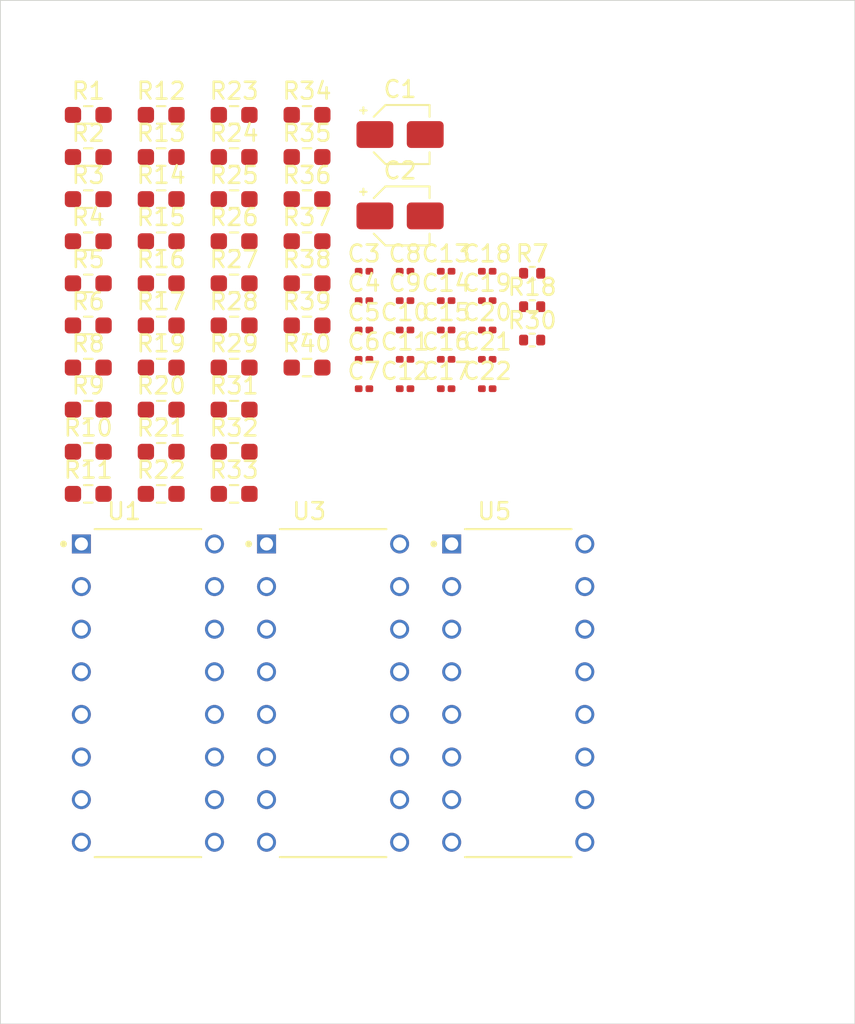
<source format=kicad_pcb>
(kicad_pcb (version 20240108) (generator "pcbnew") (generator_version "8.0")
  (layers (0 "F.Cu" signal) (31 "B.Cu" signal) (34 "B.Paste" user) (35 "F.Paste" user) (36 "B.SilkS" user "B.Silkscreen") (37 "F.SilkS" user "F.Silkscreen") (38 "B.Mask" user) (39 "F.Mask" user) (44 "Edge.Cuts" user))
  (net 0 "")
  (net 1 "+12V")
  (net 2 "Float GND")
  (net 3 "GND")
  (net 4 "Float GND 2")
  (net 5 "Net-(C7-Pad1)")
  (net 7 "Net-(U2C-+)")
  (net 8 "Net-(C9-Pad1)")
  (net 9 "Net-(C10-Pad1)")
  (net 10 "Channel 1 Out")
  (net 11 "Net-(C13-Pad1)")
  (net 12 "Net-(U4C-+)")
  (net 14 "Net-(C15-Pad1)")
  (net 16 "Net-(C15-Pad2)")
  (net 17 "Channel 2 Out")
  (net 18 "Net-(C19-Pad1)")
  (net 19 "Net-(U6C-+)")
  (net 20 "Net-(C21-Pad1)")
  (net 21 "Net-(C21-Pad2)")
  (net 22 "Net-(U2A-+)")
  (net 23 "Net-(U1-~{SLEEP})")
  (net 24 "- Electrode")
  (net 25 "Net-(R7-Pad1)")
  (net 26 "Net-(R7-Pad2)")
  (net 27 "+ Electrode")
  (net 28 "Net-(U2B--)")
  (net 29 "Net-(R10-Pad2)")
  (net 30 "Net-(U2C--)")
  (net 31 "+5V")
  (net 32 "- Electrode 2")
  (net 33 "Net-(R18-Pad2)")
  (net 34 "Net-(R18-Pad1)")
  (net 35 "+ Electrode 2")
  (net 36 "Net-(U3-~{SLEEP})")
  (net 37 "Net-(U4B--)")
  (net 38 "Net-(R22-Pad2)")
  (net 39 "Net-(U4C--)")
  (net 40 "- Electrode 3")
  (net 41 "Net-(R30-Pad1)")
  (net 42 "Net-(R30-Pad2)")
  (net 43 "+ Electrode 3")
  (net 44 "Net-(U5-~{SLEEP})")
  (net 45 "Net-(U6B--)")
  (net 46 "Net-(R34-Pad2)")
  (net 47 "Net-(U6C--)")
  (net 48 "Net-(U1-SENSE)")
  (net 52 "Net-(U3-SENSE)")
  (net 53 "Net-(U5-SENSE)")
  (footprint "Capacitor_SMD:C_0201_0603Metric" (layer "F.Cu") (at 96.32 63.805)
    (property "Reference" "C11" (at 0 -1.05 0) (layer "F.SilkS"))
    (property "Value" "10nF")
    (pad "1" smd roundrect (at -0.32 0) (size 0.46 0.4) (layers "F.Cu" "F.Mask") (net 1 "+12V"))
    (pad "2" smd roundrect (at 0.32 0) (size 0.46 0.4) (layers "F.Cu" "F.Mask") (net 3 "GND"))
  )
  (footprint "Capacitor_SMD:C_0201_0603Metric" (layer "F.Cu") (at 101.22 60.305)
    (property "Reference" "C19" (at 0 -1.05 0) (layer "F.SilkS"))
    (property "Value" "10nF")
    (pad "1" smd roundrect (at -0.32 0) (size 0.46 0.4) (layers "F.Cu" "F.Mask") (net 18 "Net-(C19-Pad1)"))
    (pad "2" smd roundrect (at 0.32 0) (size 0.46 0.4) (layers "F.Cu" "F.Mask") (net 4 "Float GND 2"))
  )
  (footprint "Resistor_SMD:R_0603_1608Metric_Pad0.98x0.95mm_HandSolder" (layer "F.Cu") (at 86.12 56.765)
    (property "Reference" "R26" (at 0 -1.43 0) (layer "F.SilkS"))
    (property "Value" "10k")
    (fp_line (start -0.254724 -0.5225) (end 0.254724 -0.5225) (stroke (width 0.12)) (layer "F.SilkS"))
    (fp_line (start -0.254724 0.5225) (end 0.254724 0.5225) (stroke (width 0.12)) (layer "F.SilkS"))
    (pad "1" smd roundrect (at -0.9125 0) (size 0.975 0.95) (layers "F.Cu" "F.Paste" "F.Mask") (net 39 "Net-(U4C--)"))
    (pad "2" smd roundrect (at 0.9125 0) (size 0.975 0.95) (layers "F.Cu" "F.Paste" "F.Mask") (net 16 "Net-(C15-Pad2)"))
  )
  (footprint "Resistor_SMD:R_0603_1608Metric_Pad0.98x0.95mm_HandSolder" (layer "F.Cu") (at 81.77 51.745)
    (property "Reference" "R13" (at 0 -1.43 0) (layer "F.SilkS"))
    (property "Value" "1k")
    (fp_line (start -0.254724 -0.5225) (end 0.254724 -0.5225) (stroke (width 0.12)) (layer "F.SilkS"))
    (fp_line (start -0.254724 0.5225) (end 0.254724 0.5225) (stroke (width 0.12)) (layer "F.SilkS"))
    (pad "1" smd roundrect (at -0.9125 0) (size 0.975 0.95) (layers "F.Cu" "F.Paste" "F.Mask") (net 4 "Float GND 2"))
    (pad "2" smd roundrect (at 0.9125 0) (size 0.975 0.95) (layers "F.Cu" "F.Paste" "F.Mask") (net 30 "Net-(U2C--)"))
  )
  (footprint "INA125P:DIP794W45P254L1969H508Q16" (layer "F.Cu") (at 80.98 83.7)
    (property "Reference" "U1" (at -1.425 -10.835 0) (layer "F.SilkS"))
    (property "Value" "INA125P")
    (fp_line (start -3.175 -9.775) (end 3.175 -9.775) (stroke (width 0.127)) (layer "F.SilkS"))
    (fp_line (start -3.175 9.775) (end 3.175 9.775) (stroke (width 0.127)) (layer "F.SilkS"))
    (fp_circle (center -5.035 -8.89) (end -4.935 -8.89) (stroke (width 0.2)) (fill none) (layer "F.SilkS"))
    (pad "1" thru_hole rect (at -3.97 -8.89) (size 1.13 1.13) (drill 0.78) (layers "*.Cu" "*.Mask") (net 1 "+12V"))
    (pad "2" thru_hole circle (at -3.97 -6.35) (size 1.13 1.13) (drill 0.78) (layers "*.Cu" "*.Mask") (net 23 "Net-(U1-~{SLEEP})"))
    (pad "3" thru_hole circle (at -3.97 -3.81) (size 1.13 1.13) (drill 0.78) (layers "*.Cu" "*.Mask") (net 3 "GND"))
    (pad "4" thru_hole circle (at -3.97 -1.27) (size 1.13 1.13) (drill 0.78) (layers "*.Cu" "*.Mask") (net 4 "Float GND 2"))
    (pad "5" thru_hole circle (at -3.97 1.27) (size 1.13 1.13) (drill 0.78) (layers "*.Cu" "*.Mask") (net 4 "Float GND 2"))
    (pad "6" thru_hole circle (at -3.97 3.81) (size 1.13 1.13) (drill 0.78) (layers "*.Cu" "*.Mask") (net 27 "+ Electrode"))
    (pad "7" thru_hole circle (at -3.97 6.35) (size 1.13 1.13) (drill 0.78) (layers "*.Cu" "*.Mask") (net 24 "- Electrode"))
    (pad "8" thru_hole circle (at -3.97 8.89) (size 1.13 1.13) (drill 0.78) (layers "*.Cu" "*.Mask") (net 25 "Net-(R7-Pad1)"))
    (pad "9" thru_hole circle (at 3.97 8.89) (size 1.13 1.13) (drill 0.78) (layers "*.Cu" "*.Mask") (net 26 "Net-(R7-Pad2)"))
    (pad "10" thru_hole circle (at 3.97 6.35) (size 1.13 1.13) (drill 0.78) (layers "*.Cu" "*.Mask") (net 48 "Net-(U1-SENSE)"))
    (pad "11" thru_hole circle (at 3.97 3.81) (size 1.13 1.13) (drill 0.78) (layers "*.Cu" "*.Mask") (net 48 "Net-(U1-SENSE)"))
    (pad "12" thru_hole circle (at 3.97 1.27) (size 1.13 1.13) (drill 0.78) (layers "*.Cu" "*.Mask") (net 2 "Float GND"))
    (pad "13" thru_hole circle (at 3.97 -1.27) (size 1.13 1.13) (drill 0.78) (layers "*.Cu" "*.Mask") (net 4 "Float GND 2"))
    (pad "14" thru_hole circle (at 3.97 -3.81) (size 1.13 1.13) (drill 0.78) (layers "*.Cu" "*.Mask"))
    (pad "15" thru_hole circle (at 3.97 -6.35) (size 1.13 1.13) (drill 0.78) (layers "*.Cu" "*.Mask"))
    (pad "16" thru_hole circle (at 3.97 -8.89) (size 1.13 1.13) (drill 0.78) (layers "*.Cu" "*.Mask"))
  )
  (footprint "Resistor_SMD:R_0603_1608Metric_Pad0.98x0.95mm_HandSolder" (layer "F.Cu") (at 81.77 64.295)
    (property "Reference" "R19" (at 0 -1.43 0) (layer "F.SilkS"))
    (property "Value" "10k")
    (fp_line (start -0.254724 -0.5225) (end 0.254724 -0.5225) (stroke (width 0.12)) (layer "F.SilkS"))
    (fp_line (start -0.254724 0.5225) (end 0.254724 0.5225) (stroke (width 0.12)) (layer "F.SilkS"))
    (pad "1" smd roundrect (at -0.9125 0) (size 0.975 0.95) (layers "F.Cu" "F.Paste" "F.Mask") (net 35 "+ Electrode 2"))
    (pad "2" smd roundrect (at 0.9125 0) (size 0.975 0.95) (layers "F.Cu" "F.Paste" "F.Mask") (net 2 "Float GND"))
  )
  (footprint "Capacitor_SMD:C_0201_0603Metric" (layer "F.Cu") (at 101.22 63.805)
    (property "Reference" "C21" (at 0 -1.05 0) (layer "F.SilkS"))
    (property "Value" "240nF")
    (pad "1" smd roundrect (at -0.32 0) (size 0.46 0.4) (layers "F.Cu" "F.Mask") (net 20 "Net-(C21-Pad1)"))
    (pad "2" smd roundrect (at 0.32 0) (size 0.46 0.4) (layers "F.Cu" "F.Mask") (net 21 "Net-(C21-Pad2)"))
  )
  (footprint "Resistor_SMD:R_0603_1608Metric_Pad0.98x0.95mm_HandSolder" (layer "F.Cu") (at 81.77 61.785)
    (property "Reference" "R17" (at 0 -1.43 0) (layer "F.SilkS"))
    (property "Value" "10k")
    (fp_line (start -0.254724 -0.5225) (end 0.254724 -0.5225) (stroke (width 0.12)) (layer "F.SilkS"))
    (fp_line (start -0.254724 0.5225) (end 0.254724 0.5225) (stroke (width 0.12)) (layer "F.SilkS"))
    (pad "1" smd roundrect (at -0.9125 0) (size 0.975 0.95) (layers "F.Cu" "F.Paste" "F.Mask") (net 32 "- Electrode 2"))
    (pad "2" smd roundrect (at 0.9125 0) (size 0.975 0.95) (layers "F.Cu" "F.Paste" "F.Mask") (net 2 "Float GND"))
  )
  (footprint "Resistor_SMD:R_0603_1608Metric_Pad0.98x0.95mm_HandSolder" (layer "F.Cu") (at 81.77 56.765)
    (property "Reference" "R15" (at 0 -1.43 0) (layer "F.SilkS"))
    (property "Value" "10k")
    (fp_line (start -0.254724 -0.5225) (end 0.254724 -0.5225) (stroke (width 0.12)) (layer "F.SilkS"))
    (fp_line (start -0.254724 0.5225) (end 0.254724 0.5225) (stroke (width 0.12)) (layer "F.SilkS"))
    (pad "1" smd roundrect (at -0.9125 0) (size 0.975 0.95) (layers "F.Cu" "F.Paste" "F.Mask") (net 10 "Channel 1 Out"))
    (pad "2" smd roundrect (at 0.9125 0) (size 0.975 0.95) (layers "F.Cu" "F.Paste" "F.Mask") (net 31 "+5V"))
  )
  (footprint "Resistor_SMD:R_0603_1608Metric_Pad0.98x0.95mm_HandSolder" (layer "F.Cu") (at 81.77 71.825)
    (property "Reference" "R22" (at 0 -1.43 0) (layer "F.SilkS"))
    (property "Value" "1k")
    (fp_line (start -0.254724 -0.5225) (end 0.254724 -0.5225) (stroke (width 0.12)) (layer "F.SilkS"))
    (fp_line (start -0.254724 0.5225) (end 0.254724 0.5225) (stroke (width 0.12)) (layer "F.SilkS"))
    (pad "1" smd roundrect (at -0.9125 0) (size 0.975 0.95) (layers "F.Cu" "F.Paste" "F.Mask") (net 37 "Net-(U4B--)"))
    (pad "2" smd roundrect (at 0.9125 0) (size 0.975 0.95) (layers "F.Cu" "F.Paste" "F.Mask") (net 38 "Net-(R22-Pad2)"))
  )
  (footprint "Resistor_SMD:R_0603_1608Metric_Pad0.98x0.95mm_HandSolder" (layer "F.Cu") (at 86.12 64.295)
    (property "Reference" "R29" (at 0 -1.43 0) (layer "F.SilkS"))
    (property "Value" "10k")
    (fp_line (start -0.254724 -0.5225) (end 0.254724 -0.5225) (stroke (width 0.12)) (layer "F.SilkS"))
    (fp_line (start -0.254724 0.5225) (end 0.254724 0.5225) (stroke (width 0.12)) (layer "F.SilkS"))
    (pad "1" smd roundrect (at -0.9125 0) (size 0.975 0.95) (layers "F.Cu" "F.Paste" "F.Mask") (net 40 "- Electrode 3"))
    (pad "2" smd roundrect (at 0.9125 0) (size 0.975 0.95) (layers "F.Cu" "F.Paste" "F.Mask") (net 2 "Float GND"))
  )
  (footprint "Resistor_SMD:R_0603_1608Metric_Pad0.98x0.95mm_HandSolder" (layer "F.Cu") (at 77.42 71.825)
    (property "Reference" "R11" (at 0 -1.43 0) (layer "F.SilkS"))
    (property "Value" "2.2K")
    (fp_line (start -0.254724 -0.5225) (end 0.254724 -0.5225) (stroke (width 0.12)) (layer "F.SilkS"))
    (fp_line (start -0.254724 0.5225) (end 0.254724 0.5225) (stroke (width 0.12)) (layer "F.SilkS"))
    (pad "1" smd roundrect (at -0.9125 0) (size 0.975 0.95) (layers "F.Cu" "F.Paste" "F.Mask") (net 29 "Net-(R10-Pad2)"))
    (pad "2" smd roundrect (at 0.9125 0) (size 0.975 0.95) (layers "F.Cu" "F.Paste" "F.Mask") (net 8 "Net-(C9-Pad1)"))
  )
  (footprint "Capacitor_SMD:C_0201_0603Metric" (layer "F.Cu") (at 93.87 58.555)
    (property "Reference" "C3" (at 0 -1.05 0) (layer "F.SilkS"))
    (property "Value" "10nF")
    (pad "1" smd roundrect (at -0.32 0) (size 0.46 0.4) (layers "F.Cu" "F.Mask") (net 1 "+12V"))
    (pad "2" smd roundrect (at 0.32 0) (size 0.46 0.4) (layers "F.Cu" "F.Mask") (net 3 "GND"))
  )
  (footprint "Capacitor_SMD:C_0201_0603Metric" (layer "F.Cu") (at 101.22 65.555)
    (property "Reference" "C22" (at 0 -1.05 0) (layer "F.SilkS"))
    (property "Value" "10nF")
    (pad "1" smd roundrect (at -0.32 0) (size 0.46 0.4) (layers "F.Cu" "F.Mask") (net 21 "Net-(C21-Pad2)"))
    (pad "2" smd roundrect (at 0.32 0) (size 0.46 0.4) (layers "F.Cu" "F.Mask") (net 10 "Channel 1 Out"))
  )
  (footprint "Resistor_SMD:R_0603_1608Metric_Pad0.98x0.95mm_HandSolder" (layer "F.Cu") (at 77.42 51.745)
    (property "Reference" "R2" (at 0 -1.43 0) (layer "F.SilkS"))
    (property "Value" "10k")
    (fp_line (start -0.254724 -0.5225) (end 0.254724 -0.5225) (stroke (width 0.12)) (layer "F.SilkS"))
    (fp_line (start -0.254724 0.5225) (end 0.254724 0.5225) (stroke (width 0.12)) (layer "F.SilkS"))
    (pad "1" smd roundrect (at -0.9125 0) (size 0.975 0.95) (layers "F.Cu" "F.Paste" "F.Mask") (net 2 "Float GND"))
    (pad "2" smd roundrect (at 0.9125 0) (size 0.975 0.95) (layers "F.Cu" "F.Paste" "F.Mask") (net 3 "GND"))
  )
  (footprint "Capacitor_SMD:C_0201_0603Metric" (layer "F.Cu") (at 98.77 63.805)
    (property "Reference" "C16" (at 0 -1.05 0) (layer "F.SilkS"))
    (property "Value" "10nF")
    (pad "1" smd roundrect (at -0.32 0) (size 0.46 0.4) (layers "F.Cu" "F.Mask") (net 16 "Net-(C15-Pad2)"))
    (pad "2" smd roundrect (at 0.32 0) (size 0.46 0.4) (layers "F.Cu" "F.Mask") (net 17 "Channel 2 Out"))
  )
  (footprint "Resistor_SMD:R_0603_1608Metric_Pad0.98x0.95mm_HandSolder" (layer "F.Cu") (at 81.77 59.275)
    (property "Reference" "R16" (at 0 -1.43 0) (layer "F.SilkS"))
    (property "Value" "10k")
    (fp_line (start -0.254724 -0.5225) (end 0.254724 -0.5225) (stroke (width 0.12)) (layer "F.SilkS"))
    (fp_line (start -0.254724 0.5225) (end 0.254724 0.5225) (stroke (width 0.12)) (layer "F.SilkS"))
    (pad "1" smd roundrect (at -0.9125 0) (size 0.975 0.95) (layers "F.Cu" "F.Paste" "F.Mask") (net 3 "GND"))
    (pad "2" smd roundrect (at 0.9125 0) (size 0.975 0.95) (layers "F.Cu" "F.Paste" "F.Mask") (net 10 "Channel 1 Out"))
  )
  (footprint "Resistor_SMD:R_0603_1608Metric_Pad0.98x0.95mm_HandSolder" (layer "F.Cu") (at 77.42 64.295)
    (property "Reference" "R8" (at 0 -1.43 0) (layer "F.SilkS"))
    (property "Value" "10k")
    (fp_line (start -0.254724 -0.5225) (end 0.254724 -0.5225) (stroke (width 0.12)) (layer "F.SilkS"))
    (fp_line (start -0.254724 0.5225) (end 0.254724 0.5225) (stroke (width 0.12)) (layer "F.SilkS"))
    (pad "1" smd roundrect (at -0.9125 0) (size 0.975 0.95) (layers "F.Cu" "F.Paste" "F.Mask") (net 27 "+ Electrode"))
    (pad "2" smd roundrect (at 0.9125 0) (size 0.975 0.95) (layers "F.Cu" "F.Paste" "F.Mask") (net 2 "Float GND"))
  )
  (footprint "Capacitor_SMD:C_0201_0603Metric" (layer "F.Cu") (at 98.77 60.305)
    (property "Reference" "C14" (at 0 -1.05 0) (layer "F.SilkS"))
    (property "Value" "120nF")
    (pad "1" smd roundrect (at -0.32 0) (size 0.46 0.4) (layers "F.Cu" "F.Mask") (net 12 "Net-(U4C-+)"))
    (pad "2" smd roundrect (at 0.32 0) (size 0.46 0.4) (layers "F.Cu" "F.Mask") (net 4 "Float GND 2"))
  )
  (footprint "Capacitor_SMD:C_0201_0603Metric" (layer "F.Cu") (at 93.87 65.555)
    (property "Reference" "C7" (at 0 -1.05 0) (layer "F.SilkS"))
    (property "Value" "10nF")
    (pad "1" smd roundrect (at -0.32 0) (size 0.46 0.4) (layers "F.Cu" "F.Mask") (net 5 "Net-(C7-Pad1)"))
    (pad "2" smd roundrect (at 0.32 0) (size 0.46 0.4) (layers "F.Cu" "F.Mask") (net 4 "Float GND 2"))
  )
  (footprint "Capacitor_SMD:C_0201_0603Metric" (layer "F.Cu") (at 96.32 58.555)
    (property "Reference" "C8" (at 0 -1.05 0) (layer "F.SilkS"))
    (property "Value" "120nF")
    (pad "1" smd roundrect (at -0.32 0) (size 0.46 0.4) (layers "F.Cu" "F.Mask") (net 7 "Net-(U2C-+)"))
    (pad "2" smd roundrect (at 0.32 0) (size 0.46 0.4) (layers "F.Cu" "F.Mask") (net 4 "Float GND 2"))
  )
  (footprint "Resistor_SMD:R_0603_1608Metric_Pad0.98x0.95mm_HandSolder" (layer "F.Cu") (at 90.47 59.275)
    (property "Reference" "R38" (at 0 -1.43 0) (layer "F.SilkS"))
    (property "Value" "10k")
    (fp_line (start -0.254724 -0.5225) (end 0.254724 -0.5225) (stroke (width 0.12)) (layer "F.SilkS"))
    (fp_line (start -0.254724 0.5225) (end 0.254724 0.5225) (stroke (width 0.12)) (layer "F.SilkS"))
    (pad "1" smd roundrect (at -0.9125 0) (size 0.975 0.95) (layers "F.Cu" "F.Paste" "F.Mask") (net 47 "Net-(U6C--)"))
    (pad "2" smd roundrect (at 0.9125 0) (size 0.975 0.95) (layers "F.Cu" "F.Paste" "F.Mask") (net 21 "Net-(C21-Pad2)"))
  )
  (footprint "Resistor_SMD:R_0603_1608Metric_Pad0.98x0.95mm_HandSolder" (layer "F.Cu") (at 86.12 54.255)
    (property "Reference" "R25" (at 0 -1.43 0) (layer "F.SilkS"))
    (property "Value" "1k")
    (fp_line (start -0.254724 -0.5225) (end 0.254724 -0.5225) (stroke (width 0.12)) (layer "F.SilkS"))
    (fp_line (start -0.254724 0.5225) (end 0.254724 0.5225) (stroke (width 0.12)) (layer "F.SilkS"))
    (pad "1" smd roundrect (at -0.9125 0) (size 0.975 0.95) (layers "F.Cu" "F.Paste" "F.Mask") (net 4 "Float GND 2"))
    (pad "2" smd roundrect (at 0.9125 0) (size 0.975 0.95) (layers "F.Cu" "F.Paste" "F.Mask") (net 39 "Net-(U4C--)"))
  )
  (footprint "Capacitor_SMD:C_0201_0603Metric" (layer "F.Cu") (at 98.77 65.555)
    (property "Reference" "C17" (at 0 -1.05 0) (layer "F.SilkS"))
    (property "Value" "10nF")
    (pad "1" smd roundrect (at -0.32 0) (size 0.46 0.4) (layers "F.Cu" "F.Mask") (net 1 "+12V"))
    (pad "2" smd roundrect (at 0.32 0) (size 0.46 0.4) (layers "F.Cu" "F.Mask") (net 3 "GND"))
  )
  (footprint "Resistor_SMD:R_0603_1608Metric_Pad0.98x0.95mm_HandSolder" (layer "F.Cu") (at 81.77 54.255)
    (property "Reference" "R14" (at 0 -1.43 0) (layer "F.SilkS"))
    (property "Value" "10k")
    (fp_line (start -0.254724 -0.5225) (end 0.254724 -0.5225) (stroke (width 0.12)) (layer "F.SilkS"))
    (fp_line (start -0.254724 0.5225) (end 0.254724 0.5225) (stroke (width 0.12)) (layer "F.SilkS"))
    (pad "1" smd roundrect (at -0.9125 0) (size 0.975 0.95) (layers "F.Cu" "F.Paste" "F.Mask") (net 30 "Net-(U2C--)"))
    (pad "2" smd roundrect (at 0.9125 0) (size 0.975 0.95) (layers "F.Cu" "F.Paste" "F.Mask") (net 9 "Net-(C10-Pad1)"))
  )
  (footprint "Resistor_SMD:R_0402_1005Metric" (layer "F.Cu") (at 103.9 58.675)
    (property "Reference" "R7" (at 0 -1.17 0) (layer "F.SilkS"))
    (property "Value" "470")
    (fp_line (start -0.153641 -0.38) (end 0.153641 -0.38) (stroke (width 0.12)) (layer "F.SilkS"))
    (fp_line (start -0.153641 0.38) (end 0.153641 0.38) (stroke (width 0.12)) (layer "F.SilkS"))
    (pad "1" smd roundrect (at -0.51 0) (size 0.54 0.64) (layers "F.Cu" "F.Paste" "F.Mask") (net 25 "Net-(R7-Pad1)"))
    (pad "2" smd roundrect (at 0.51 0) (size 0.54 0.64) (layers "F.Cu" "F.Paste" "F.Mask") (net 26 "Net-(R7-Pad2)"))
  )
  (footprint "Capacitor_SMD:C_0201_0603Metric" (layer "F.Cu") (at 96.32 65.555)
    (property "Reference" "C12" (at 0 -1.05 0) (layer "F.SilkS"))
    (property "Value" "0.1uF")
    (pad "1" smd roundrect (at -0.32 0) (size 0.46 0.4) (layers "F.Cu" "F.Mask") (net 1 "+12V"))
    (pad "2" smd roundrect (at 0.32 0) (size 0.46 0.4) (layers "F.Cu" "F.Mask") (net 3 "GND"))
  )
  (footprint "Resistor_SMD:R_0603_1608Metric_Pad0.98x0.95mm_HandSolder" (layer "F.Cu") (at 86.12 69.315)
    (property "Reference" "R32" (at 0 -1.43 0) (layer "F.SilkS"))
    (property "Value" "10k")
    (fp_line (start -0.254724 -0.5225) (end 0.254724 -0.5225) (stroke (width 0.12)) (layer "F.SilkS"))
    (fp_line (start -0.254724 0.5225) (end 0.254724 0.5225) (stroke (width 0.12)) (layer "F.SilkS"))
    (pad "1" smd roundrect (at -0.9125 0) (size 0.975 0.95) (layers "F.Cu" "F.Paste" "F.Mask") (net 1 "+12V"))
    (pad "2" smd roundrect (at 0.9125 0) (size 0.975 0.95) (layers "F.Cu" "F.Paste" "F.Mask") (net 44 "Net-(U5-~{SLEEP})"))
  )
  (footprint "Resistor_SMD:R_0603_1608Metric_Pad0.98x0.95mm_HandSolder" (layer "F.Cu") (at 77.42 49.235)
    (property "Reference" "R1" (at 0 -1.43 0) (layer "F.SilkS"))
    (property "Value" "10k")
    (fp_line (start -0.254724 -0.5225) (end 0.254724 -0.5225) (stroke (width 0.12)) (layer "F.SilkS"))
    (fp_line (start -0.254724 0.5225) (end 0.254724 0.5225) (stroke (width 0.12)) (layer "F.SilkS"))
    (pad "1" smd roundrect (at -0.9125 0) (size 0.975 0.95) (layers "F.Cu" "F.Paste" "F.Mask") (net 1 "+12V"))
    (pad "2" smd roundrect (at 0.9125 0) (size 0.975 0.95) (layers "F.Cu" "F.Paste" "F.Mask") (net 2 "Float GND"))
  )
  (footprint "Resistor_SMD:R_0603_1608Metric_Pad0.98x0.95mm_HandSolder" (layer "F.Cu") (at 90.47 56.765)
    (property "Reference" "R37" (at 0 -1.43 0) (layer "F.SilkS"))
    (property "Value" "1k")
    (fp_line (start -0.254724 -0.5225) (end 0.254724 -0.5225) (stroke (width 0.12)) (layer "F.SilkS"))
    (fp_line (start -0.254724 0.5225) (end 0.254724 0.5225) (stroke (width 0.12)) (layer "F.SilkS"))
    (pad "1" smd roundrect (at -0.9125 0) (size 0.975 0.95) (layers "F.Cu" "F.Paste" "F.Mask") (net 4 "Float GND 2"))
    (pad "2" smd roundrect (at 0.9125 0) (size 0.975 0.95) (layers "F.Cu" "F.Paste" "F.Mask") (net 47 "Net-(U6C--)"))
  )
  (footprint "INA125P:DIP794W45P254L1969H508Q16" (layer "F.Cu") (at 103.07 83.7)
    (property "Reference" "U5" (at -1.425 -10.835 0) (layer "F.SilkS"))
    (property "Value" "INA125P")
    (fp_line (start -3.175 -9.775) (end 3.175 -9.775) (stroke (width 0.127)) (layer "F.SilkS"))
    (fp_line (start -3.175 9.775) (end 3.175 9.775) (stroke (width 0.127)) (layer "F.SilkS"))
    (fp_circle (center -5.035 -8.89) (end -4.935 -8.89) (stroke (width 0.2)) (fill none) (layer "F.SilkS"))
    (pad "1" thru_hole rect (at -3.97 -8.89) (size 1.13 1.13) (drill 0.78) (layers "*.Cu" "*.Mask") (net 1 "+12V"))
    (pad "2" thru_hole circle (at -3.97 -6.35) (size 1.13 1.13) (drill 0.78) (layers "*.Cu" "*.Mask") (net 44 "Net-(U5-~{SLEEP})"))
    (pad "3" thru_hole circle (at -3.97 -3.81) (size 1.13 1.13) (drill 0.78) (layers "*.Cu" "*.Mask") (net 3 "GND"))
    (pad "4" thru_hole circle (at -3.97 -1.27) (size 1.13 1.13) (drill 0.78) (layers "*.Cu" "*.Mask") (net 4 "Float GND 2"))
    (pad "5" thru_hole circle (at -3.97 1.27) (size 1.13 1.13) (drill 0.78) (layers "*.Cu" "*.Mask") (net 4 "Float GND 2"))
    (pad "6" thru_hole circle (at -3.97 3.81) (size 1.13 1.13) (drill 0.78) (layers "*.Cu" "*.Mask") (net 43 "+ Electrode 3"))
    (pad "7" thru_hole circle (at -3.97 6.35) (size 1.13 1.13) (drill 0.78) (layers "*.Cu" "*.Mask") (net 40 "- Electrode 3"))
    (pad "8" thru_hole circle (at -3.97 8.89) (size 1.13 1.13) (drill 0.78) (layers "*.Cu" "*.Mask") (net 41 "Net-(R30-Pad1)"))
    (pad "9" thru_hole circle (at 3.97 8.89) (size 1.13 1.13) (drill 0.78) (layers "*.Cu" "*.Mask") (net 42 "Net-(R30-Pad2)"))
    (pad "10" thru_hole circle (at 3.97 6.35) (size 1.13 1.13) (drill 0.78) (layers "*.Cu" "*.Mask") (net 53 "Net-(U5-SENSE)"))
    (pad "11" thru_hole circle (at 3.97 3.81) (size 1.13 1.13) (drill 0.78) (layers "*.Cu" "*.Mask") (net 53 "Net-(U5-SENSE)"))
    (pad "12" thru_hole circle (at 3.97 1.27) (size 1.13 1.13) (drill 0.78) (layers "*.Cu" "*.Mask") (net 2 "Float GND"))
    (pad "13" thru_hole circle (at 3.97 -1.27) (size 1.13 1.13) (drill 0.78) (layers "*.Cu" "*.Mask") (net 4 "Float GND 2"))
    (pad "14" thru_hole circle (at 3.97 -3.81) (size 1.13 1.13) (drill 0.78) (layers "*.Cu" "*.Mask"))
    (pad "15" thru_hole circle (at 3.97 -6.35) (size 1.13 1.13) (drill 0.78) (layers "*.Cu" "*.Mask"))
    (pad "16" thru_hole circle (at 3.97 -8.89) (size 1.13 1.13) (drill 0.78) (layers "*.Cu" "*.Mask"))
  )
  (footprint "Resistor_SMD:R_0603_1608Metric_Pad0.98x0.95mm_HandSolder" (layer "F.Cu") (at 77.42 59.275)
    (property "Reference" "R5" (at 0 -1.43 0) (layer "F.SilkS"))
    (property "Value" "10k")
    (fp_line (start -0.254724 -0.5225) (end 0.254724 -0.5225) (stroke (width 0.12)) (layer "F.SilkS"))
    (fp_line (start -0.254724 0.5225) (end 0.254724 0.5225) (stroke (width 0.12)) (layer "F.SilkS"))
    (pad "1" smd roundrect (at -0.9125 0) (size 0.975 0.95) (layers "F.Cu" "F.Paste" "F.Mask") (net 22 "Net-(U2A-+)"))
    (pad "2" smd roundrect (at 0.9125 0) (size 0.975 0.95) (layers "F.Cu" "F.Paste" "F.Mask") (net 3 "GND"))
  )
  (footprint "Resistor_SMD:R_0603_1608Metric_Pad0.98x0.95mm_HandSolder" (layer "F.Cu") (at 77.42 56.765)
    (property "Reference" "R4" (at 0 -1.43 0) (layer "F.SilkS"))
    (property "Value" "10k")
    (fp_line (start -0.254724 -0.5225) (end 0.254724 -0.5225) (stroke (width 0.12)) (layer "F.SilkS"))
    (fp_line (start -0.254724 0.5225) (end 0.254724 0.5225) (stroke (width 0.12)) (layer "F.SilkS"))
    (pad "1" smd roundrect (at -0.9125 0) (size 0.975 0.95) (layers "F.Cu" "F.Paste" "F.Mask") (net 1 "+12V"))
    (pad "2" smd roundrect (at 0.9125 0) (size 0.975 0.95) (layers "F.Cu" "F.Paste" "F.Mask") (net 23 "Net-(U1-~{SLEEP})"))
  )
  (footprint "Resistor_SMD:R_0603_1608Metric_Pad0.98x0.95mm_HandSolder" (layer "F.Cu") (at 77.42 54.255)
    (property "Reference" "R3" (at 0 -1.43 0) (layer "F.SilkS"))
    (property "Value" "10k")
    (fp_line (start -0.254724 -0.5225) (end 0.254724 -0.5225) (stroke (width 0.12)) (layer "F.SilkS"))
    (fp_line (start -0.254724 0.5225) (end 0.254724 0.5225) (stroke (width 0.12)) (layer "F.SilkS"))
    (pad "1" smd roundrect (at -0.9125 0) (size 0.975 0.95) (layers "F.Cu" "F.Paste" "F.Mask") (net 1 "+12V"))
    (pad "2" smd roundrect (at 0.9125 0) (size 0.975 0.95) (layers "F.Cu" "F.Paste" "F.Mask") (net 22 "Net-(U2A-+)"))
  )
  (footprint "Resistor_SMD:R_0603_1608Metric_Pad0.98x0.95mm_HandSolder" (layer "F.Cu") (at 81.77 69.315)
    (property "Reference" "R21" (at 0 -1.43 0) (layer "F.SilkS"))
    (property "Value" "10k")
    (fp_line (start -0.254724 -0.5225) (end 0.254724 -0.5225) (stroke (width 0.12)) (layer "F.SilkS"))
    (fp_line (start -0.254724 0.5225) (end 0.254724 0.5225) (stroke (width 0.12)) (layer "F.SilkS"))
    (pad "1" smd roundrect (at -0.9125 0) (size 0.975 0.95) (layers "F.Cu" "F.Paste" "F.Mask") (net 37 "Net-(U4B--)"))
    (pad "2" smd roundrect (at 0.9125 0) (size 0.975 0.95) (layers "F.Cu" "F.Paste" "F.Mask") (net 11 "Net-(C13-Pad1)"))
  )
  (footprint "Resistor_SMD:R_0603_1608Metric_Pad0.98x0.95mm_HandSolder" (layer "F.Cu") (at 90.47 64.295)
    (property "Reference" "R40" (at 0 -1.43 0) (layer "F.SilkS"))
    (property "Value" "10k")
    (fp_line (start -0.254724 -0.5225) (end 0.254724 -0.5225) (stroke (width 0.12)) (layer "F.SilkS"))
    (fp_line (start -0.254724 0.5225) (end 0.254724 0.5225) (stroke (width 0.12)) (layer "F.SilkS"))
    (pad "1" smd roundrect (at -0.9125 0) (size 0.975 0.95) (layers "F.Cu" "F.Paste" "F.Mask") (net 3 "GND"))
    (pad "2" smd roundrect (at 0.9125 0) (size 0.975 0.95) (layers "F.Cu" "F.Paste" "F.Mask") (net 10 "Channel 1 Out"))
  )
  (footprint "Resistor_SMD:R_0603_1608Metric_Pad0.98x0.95mm_HandSolder" (layer "F.Cu") (at 77.42 69.315)
    (property "Reference" "R10" (at 0 -1.43 0) (layer "F.SilkS"))
    (property "Value" "1k")
    (fp_line (start -0.254724 -0.5225) (end 0.254724 -0.5225) (stroke (width 0.12)) (layer "F.SilkS"))
    (fp_line (start -0.254724 0.5225) (end 0.254724 0.5225) (stroke (width 0.12)) (layer "F.SilkS"))
    (pad "1" smd roundrect (at -0.9125 0) (size 0.975 0.95) (layers "F.Cu" "F.Paste" "F.Mask") (net 28 "Net-(U2B--)"))
    (pad "2" smd roundrect (at 0.9125 0) (size 0.975 0.95) (layers "F.Cu" "F.Paste" "F.Mask") (net 29 "Net-(R10-Pad2)"))
  )
  (footprint "INA125P:DIP794W45P254L1969H508Q16" (layer "F.Cu") (at 92.025 83.7)
    (property "Reference" "U3" (at -1.425 -10.835 0) (layer "F.SilkS"))
    (property "Value" "INA125P")
    (fp_line (start -3.175 -9.775) (end 3.175 -9.775) (stroke (width 0.127)) (layer "F.SilkS"))
    (fp_line (start -3.175 9.775) (end 3.175 9.775) (stroke (width 0.127)) (layer "F.SilkS"))
    (fp_circle (center -5.035 -8.89) (end -4.935 -8.89) (stroke (width 0.2)) (fill none) (layer "F.SilkS"))
    (pad "1" thru_hole rect (at -3.97 -8.89) (size 1.13 1.13) (drill 0.78) (layers "*.Cu" "*.Mask") (net 1 "+12V"))
    (pad "2" thru_hole circle (at -3.97 -6.35) (size 1.13 1.13) (drill 0.78) (layers "*.Cu" "*.Mask") (net 36 "Net-(U3-~{SLEEP})"))
    (pad "3" thru_hole circle (at -3.97 -3.81) (size 1.13 1.13) (drill 0.78) (layers "*.Cu" "*.Mask") (net 3 "GND"))
    (pad "4" thru_hole circle (at -3.97 -1.27) (size 1.13 1.13) (drill 0.78) (layers "*.Cu" "*.Mask") (net 4 "Float GND 2"))
    (pad "5" thru_hole circle (at -3.97 1.27) (size 1.13 1.13) (drill 0.78) (layers "*.Cu" "*.Mask") (net 4 "Float GND 2"))
    (pad "6" thru_hole circle (at -3.97 3.81) (size 1.13 1.13) (drill 0.78) (layers "*.Cu" "*.Mask") (net 35 "+ Electrode 2"))
    (pad "7" thru_hole circle (at -3.97 6.35) (size 1.13 1.13) (drill 0.78) (layers "*.Cu" "*.Mask") (net 32 "- Electrode 2"))
    (pad "8" thru_hole circle (at -3.97 8.89) (size 1.13 1.13) (drill 0.78) (layers "*.Cu" "*.Mask") (net 34 "Net-(R18-Pad1)"))
    (pad "9" thru_hole circle (at 3.97 8.89) (size 1.13 1.13) (drill 0.78) (layers "*.Cu" "*.Mask") (net 33 "Net-(R18-Pad2)"))
    (pad "10" thru_hole circle (at 3.97 6.35) (size 1.13 1.13) (drill 0.78) (layers "*.Cu" "*.Mask") (net 52 "Net-(U3-SENSE)"))
    (pad "11" thru_hole circle (at 3.97 3.81) (size 1.13 1.13) (drill 0.78) (layers "*.Cu" "*.Mask") (net 52 "Net-(U3-SENSE)"))
    (pad "12" thru_hole circle (at 3.97 1.27) (size 1.13 1.13) (drill 0.78) (layers "*.Cu" "*.Mask") (net 2 "Float GND"))
    (pad "13" thru_hole circle (at 3.97 -1.27) (size 1.13 1.13) (drill 0.78) (layers "*.Cu" "*.Mask") (net 4 "Float GND 2"))
    (pad "14" thru_hole circle (at 3.97 -3.81) (size 1.13 1.13) (drill 0.78) (layers "*.Cu" "*.Mask"))
    (pad "15" thru_hole circle (at 3.97 -6.35) (size 1.13 1.13) (drill 0.78) (layers "*.Cu" "*.Mask"))
    (pad "16" thru_hole circle (at 3.97 -8.89) (size 1.13 1.13) (drill 0.78) (layers "*.Cu" "*.Mask"))
  )
  (footprint "Capacitor_SMD:C_0201_0603Metric" (layer "F.Cu") (at 98.77 58.555)
    (property "Reference" "C13" (at 0 -1.05 0) (layer "F.SilkS"))
    (property "Value" "10nF")
    (pad "1" smd roundrect (at -0.32 0) (size 0.46 0.4) (layers "F.Cu" "F.Mask") (net 11 "Net-(C13-Pad1)"))
    (pad "2" smd roundrect (at 0.32 0) (size 0.46 0.4) (layers "F.Cu" "F.Mask") (net 4 "Float GND 2"))
  )
  (footprint "Resistor_SMD:R_0603_1608Metric_Pad0.98x0.95mm_HandSolder" (layer "F.Cu") (at 77.42 61.785)
    (property "Reference" "R6" (at 0 -1.43 0) (layer "F.SilkS"))
    (property "Value" "10k")
    (fp_line (start -0.254724 -0.5225) (end 0.254724 -0.5225) (stroke (width 0.12)) (layer "F.SilkS"))
    (fp_line (start -0.254724 0.5225) (end 0.254724 0.5225) (stroke (width 0.12)) (layer "F.SilkS"))
    (pad "1" smd roundrect (at -0.9125 0) (size 0.975 0.95) (layers "F.Cu" "F.Paste" "F.Mask") (net 24 "- Electrode"))
    (pad "2" smd roundrect (at 0.9125 0) (size 0.975 0.95) (layers "F.Cu" "F.Paste" "F.Mask") (net 2 "Float GND"))
  )
  (footprint "Resistor_SMD:R_0603_1608Metric_Pad0.98x0.95mm_HandSolder" (layer "F.Cu") (at 90.47 54.255)
    (property "Reference" "R36" (at 0 -1.43 0) (layer "F.SilkS"))
    (property "Value" "2.2k")
    (fp_line (start -0.254724 -0.5225) (end 0.254724 -0.5225) (stroke (width 0.12)) (layer "F.SilkS"))
    (fp_line (start -0.254724 0.5225) (end 0.254724 0.5225) (stroke (width 0.12)) (layer "F.SilkS"))
    (pad "1" smd roundrect (at -0.9125 0) (size 0.975 0.95) (layers "F.Cu" "F.Paste" "F.Mask") (net 20 "Net-(C21-Pad1)"))
    (pad "2" smd roundrect (at 0.9125 0) (size 0.975 0.95) (layers "F.Cu" "F.Paste" "F.Mask") (net 19 "Net-(U6C-+)"))
  )
  (footprint "Capacitor_SMD:C_0201_0603Metric" (layer "F.Cu") (at 96.32 62.055)
    (property "Reference" "C10" (at 0 -1.05 0) (layer "F.SilkS"))
    (property "Value" "10nF")
    (pad "1" smd roundrect (at -0.32 0) (size 0.46 0.4) (layers "F.Cu" "F.Mask") (net 9 "Net-(C10-Pad1)"))
    (pad "2" smd roundrect (at 0.32 0) (size 0.46 0.4) (layers "F.Cu" "F.Mask") (net 10 "Channel 1 Out"))
  )
  (footprint "Capacitor_SMD:C_0201_0603Metric" (layer "F.Cu") (at 101.22 62.055)
    (property "Reference" "C20" (at 0 -1.05 0) (layer "F.SilkS"))
    (property "Value" "120nF")
    (pad "1" smd roundrect (at -0.32 0) (size 0.46 0.4) (layers "F.Cu" "F.Mask") (net 19 "Net-(U6C-+)"))
    (pad "2" smd roundrect (at 0.32 0) (size 0.46 0.4) (layers "F.Cu" "F.Mask") (net 4 "Float GND 2"))
  )
  (footprint "Resistor_SMD:R_0603_1608Metric_Pad0.98x0.95mm_HandSolder" (layer "F.Cu") (at 86.12 59.275)
    (property "Reference" "R27" (at 0 -1.43 0) (layer "F.SilkS"))
    (property "Value" "10k")
    (fp_line (start -0.254724 -0.5225) (end 0.254724 -0.5225) (stroke (width 0.12)) (layer "F.SilkS"))
    (fp_line (start -0.254724 0.5225) (end 0.254724 0.5225) (stroke (width 0.12)) (layer "F.SilkS"))
    (pad "1" smd roundrect (at -0.9125 0) (size 0.975 0.95) (layers "F.Cu" "F.Paste" "F.Mask") (net 17 "Channel 2 Out"))
    (pad "2" smd roundrect (at 0.9125 0) (size 0.975 0.95) (layers "F.Cu" "F.Paste" "F.Mask") (net 31 "+5V"))
  )
  (footprint "Resistor_SMD:R_0603_1608Metric_Pad0.98x0.95mm_HandSolder" (layer "F.Cu") (at 90.47 49.235)
    (property "Reference" "R34" (at 0 -1.43 0) (layer "F.SilkS"))
    (property "Value" "1k")
    (fp_line (start -0.254724 -0.5225) (end 0.254724 -0.5225) (stroke (width 0.12)) (layer "F.SilkS"))
    (fp_line (start -0.254724 0.5225) (end 0.254724 0.5225) (stroke (width 0.12)) (layer "F.SilkS"))
    (pad "1" smd roundrect (at -0.9125 0) (size 0.975 0.95) (layers "F.Cu" "F.Paste" "F.Mask") (net 45 "Net-(U6B--)"))
    (pad "2" smd roundrect (at 0.9125 0) (size 0.975 0.95) (layers "F.Cu" "F.Paste" "F.Mask") (net 46 "Net-(R34-Pad2)"))
  )
  (footprint "Resistor_SMD:R_0603_1608Metric_Pad0.98x0.95mm_HandSolder" (layer "F.Cu") (at 81.77 49.235)
    (property "Reference" "R12" (at 0 -1.43 0) (layer "F.SilkS"))
    (property "Value" "2.2k")
    (fp_line (start -0.254724 -0.5225) (end 0.254724 -0.5225) (stroke (width 0.12)) (layer "F.SilkS"))
    (fp_line (start -0.254724 0.5225) (end 0.254724 0.5225) (stroke (width 0.12)) (layer "F.SilkS"))
    (pad "1" smd roundrect (at -0.9125 0) (size 0.975 0.95) (layers "F.Cu" "F.Paste" "F.Mask") (net 8 "Net-(C9-Pad1)"))
    (pad "2" smd roundrect (at 0.9125 0) (size 0.975 0.95) (layers "F.Cu" "F.Paste" "F.Mask") (net 7 "Net-(U2C-+)"))
  )
  (footprint "Capacitor_SMD:C_0201_0603Metric" (layer "F.Cu") (at 93.87 62.055)
    (property "Reference" "C5" (at 0 -1.05 0) (layer "F.SilkS"))
    (property "Value" "0.1uF")
    (pad "1" smd roundrect (at -0.32 0) (size 0.46 0.4) (layers "F.Cu" "F.Mask") (net 1 "+12V"))
    (pad "2" smd roundrect (at 0.32 0) (size 0.46 0.4) (layers "F.Cu" "F.Mask") (net 3 "GND"))
  )
  (footprint "Capacitor_SMD:C_0201_0603Metric" (layer "F.Cu") (at 98.77 62.055)
    (property "Reference" "C15" (at 0 -1.05 0) (layer "F.SilkS"))
    (property "Value" "240nF")
    (pad "1" smd roundrect (at -0.32 0) (size 0.46 0.4) (layers "F.Cu" "F.Mask") (net 14 "Net-(C15-Pad1)"))
    (pad "2" smd roundrect (at 0.32 0) (size 0.46 0.4) (layers "F.Cu" "F.Mask") (net 16 "Net-(C15-Pad2)"))
  )
  (footprint "Capacitor_SMD:CP_Elec_3x5.4" (layer "F.Cu") (at 96.02 50.405)
    (property "Reference" "C1" (at 0 -2.7 0) (layer "F.SilkS"))
    (property "Value" "100uF")
    (fp_line (start -2.375 -1.435) (end -2 -1.435) (stroke (width 0.12)) (layer "F.SilkS"))
    (fp_line (start -2.1875 -1.6225) (end -2.1875 -1.2475) (stroke (width 0.12)) (layer "F.SilkS"))
    (fp_line (start -1.570563 -1.06) (end -0.870563 -1.76) (stroke (width 0.12)) (layer "F.SilkS"))
    (fp_line (start -1.570563 1.06) (end -0.870563 1.76) (stroke (width 0.12)) (layer "F.SilkS"))
    (fp_line (start -0.870563 -1.76) (end 1.76 -1.76) (stroke (width 0.12)) (layer "F.SilkS"))
    (fp_line (start -0.870563 1.76) (end 1.76 1.76) (stroke (width 0.12)) (layer "F.SilkS"))
    (fp_line (start 1.76 -1.76) (end 1.76 -1.06) (stroke (width 0.12)) (layer "F.SilkS"))
    (fp_line (start 1.76 1.76) (end 1.76 1.06) (stroke (width 0.12)) (layer "F.SilkS"))
    (pad "1" smd roundrect (at -1.5 0) (size 2.2 1.6) (layers "F.Cu" "F.Paste" "F.Mask") (roundrect_rratio 0.15625) (net 1 "+12V"))
    (pad "2" smd roundrect (at 1.5 0) (size 2.2 1.6) (layers "F.Cu" "F.Paste" "F.Mask") (roundrect_rratio 0.15625) (net 2 "Float GND"))
  )
  (footprint "Capacitor_SMD:CP_Elec_3x5.4" (layer "F.Cu") (at 96.02 55.255)
    (property "Reference" "C2" (at 0 -2.7 0) (layer "F.SilkS"))
    (property "Value" "100uF")
    (fp_line (start -2.375 -1.435) (end -2 -1.435) (stroke (width 0.12)) (layer "F.SilkS"))
    (fp_line (start -2.1875 -1.6225) (end -2.1875 -1.2475) (stroke (width 0.12)) (layer "F.SilkS"))
    (fp_line (start -1.570563 -1.06) (end -0.870563 -1.76) (stroke (width 0.12)) (layer "F.SilkS"))
    (fp_line (start -1.570563 1.06) (end -0.870563 1.76) (stroke (width 0.12)) (layer "F.SilkS"))
    (fp_line (start -0.870563 -1.76) (end 1.76 -1.76) (stroke (width 0.12)) (layer "F.SilkS"))
    (fp_line (start -0.870563 1.76) (end 1.76 1.76) (stroke (width 0.12)) (layer "F.SilkS"))
    (fp_line (start 1.76 -1.76) (end 1.76 -1.06) (stroke (width 0.12)) (layer "F.SilkS"))
    (fp_line (start 1.76 1.76) (end 1.76 1.06) (stroke (width 0.12)) (layer "F.SilkS"))
    (pad "1" smd roundrect (at -1.5 0) (size 2.2 1.6) (layers "F.Cu" "F.Paste" "F.Mask") (roundrect_rratio 0.15625) (net 2 "Float GND"))
    (pad "2" smd roundrect (at 1.5 0) (size 2.2 1.6) (layers "F.Cu" "F.Paste" "F.Mask") (roundrect_rratio 0.15625) (net 3 "GND"))
  )
  (footprint "Capacitor_SMD:C_0201_0603Metric" (layer "F.Cu") (at 93.87 60.305)
    (property "Reference" "C4" (at 0 -1.05 0) (layer "F.SilkS"))
    (property "Value" "0.1uF")
    (pad "1" smd roundrect (at -0.32 0) (size 0.46 0.4) (layers "F.Cu" "F.Mask") (net 1 "+12V"))
    (pad "2" smd roundrect (at 0.32 0) (size 0.46 0.4) (layers "F.Cu" "F.Mask") (net 3 "GND"))
  )
  (footprint "Resistor_SMD:R_0603_1608Metric_Pad0.98x0.95mm_HandSolder" (layer "F.Cu") (at 90.47 61.785)
    (property "Reference" "R39" (at 0 -1.43 0) (layer "F.SilkS"))
    (property "Value" "10k")
    (fp_line (start -0.254724 -0.5225) (end 0.254724 -0.5225) (stroke (width 0.12)) (layer "F.SilkS"))
    (fp_line (start -0.254724 0.5225) (end 0.254724 0.5225) (stroke (width 0.12)) (layer "F.SilkS"))
    (pad "1" smd roundrect (at -0.9125 0) (size 0.975 0.95) (layers "F.Cu" "F.Paste" "F.Mask") (net 10 "Channel 1 Out"))
    (pad "2" smd roundrect (at 0.9125 0) (size 0.975 0.95) (layers "F.Cu" "F.Paste" "F.Mask") (net 31 "+5V"))
  )
  (footprint "Resistor_SMD:R_0603_1608Metric_Pad0.98x0.95mm_HandSolder" (layer "F.Cu") (at 86.12 49.235)
    (property "Reference" "R23" (at 0 -1.43 0) (layer "F.SilkS"))
    (property "Value" "2.2K")
    (fp_line (start -0.254724 -0.5225) (end 0.254724 -0.5225) (stroke (width 0.12)) (layer "F.SilkS"))
    (fp_line (start -0.254724 0.5225) (end 0.254724 0.5225) (stroke (width 0.12)) (layer "F.SilkS"))
    (pad "1" smd roundrect (at -0.9125 0) (size 0.975 0.95) (layers "F.Cu" "F.Paste" "F.Mask") (net 38 "Net-(R22-Pad2)"))
    (pad "2" smd roundrect (at 0.9125 0) (size 0.975 0.95) (layers "F.Cu" "F.Paste" "F.Mask") (net 14 "Net-(C15-Pad1)"))
  )
  (footprint "Resistor_SMD:R_0603_1608Metric_Pad0.98x0.95mm_HandSolder" (layer "F.Cu") (at 86.12 66.805)
    (property "Reference" "R31" (at 0 -1.43 0) (layer "F.SilkS"))
    (property "Value" "10k")
    (fp_line (start -0.254724 -0.5225) (end 0.254724 -0.5225) (stroke (width 0.12)) (layer "F.SilkS"))
    (fp_line (start -0.254724 0.5225) (end 0.254724 0.5225) (stroke (width 0.12)) (layer "F.SilkS"))
    (pad "1" smd roundrect (at -0.9125 0) (size 0.975 0.95) (layers "F.Cu" "F.Paste" "F.Mask") (net 43 "+ Electrode 3"))
    (pad "2" smd roundrect (at 0.9125 0) (size 0.975 0.95) (layers "F.Cu" "F.Paste" "F.Mask") (net 2 "Float GND"))
  )
  (footprint "Capacitor_SMD:C_0201_0603Metric" (layer "F.Cu") (at 96.32 60.305)
    (property "Reference" "C9" (at 0 -1.05 0) (layer "F.SilkS"))
    (property "Value" "240nF")
    (pad "1" smd roundrect (at -0.32 0) (size 0.46 0.4) (layers "F.Cu" "F.Mask") (net 8 "Net-(C9-Pad1)"))
    (pad "2" smd roundrect (at 0.32 0) (size 0.46 0.4) (layers "F.Cu" "F.Mask") (net 9 "Net-(C10-Pad1)"))
  )
  (footprint "Resistor_SMD:R_0603_1608Metric_Pad0.98x0.95mm_HandSolder" (layer "F.Cu") (at 81.77 66.805)
    (property "Reference" "R20" (at 0 -1.43 0) (layer "F.SilkS"))
    (property "Value" "10k")
    (fp_line (start -0.254724 -0.5225) (end 0.254724 -0.5225) (stroke (width 0.12)) (layer "F.SilkS"))
    (fp_line (start -0.254724 0.5225) (end 0.254724 0.5225) (stroke (width 0.12)) (layer "F.SilkS"))
    (pad "1" smd roundrect (at -0.9125 0) (size 0.975 0.95) (layers "F.Cu" "F.Paste" "F.Mask") (net 1 "+12V"))
    (pad "2" smd roundrect (at 0.9125 0) (size 0.975 0.95) (layers "F.Cu" "F.Paste" "F.Mask") (net 36 "Net-(U3-~{SLEEP})"))
  )
  (footprint "Resistor_SMD:R_0603_1608Metric_Pad0.98x0.95mm_HandSolder" (layer "F.Cu") (at 86.12 61.785)
    (property "Reference" "R28" (at 0 -1.43 0) (layer "F.SilkS"))
    (property "Value" "10k")
    (fp_line (start -0.254724 -0.5225) (end 0.254724 -0.5225) (stroke (width 0.12)) (layer "F.SilkS"))
    (fp_line (start -0.254724 0.5225) (end 0.254724 0.5225) (stroke (width 0.12)) (layer "F.SilkS"))
    (pad "1" smd roundrect (at -0.9125 0) (size 0.975 0.95) (layers "F.Cu" "F.Paste" "F.Mask") (net 3 "GND"))
    (pad "2" smd roundrect (at 0.9125 0) (size 0.975 0.95) (layers "F.Cu" "F.Paste" "F.Mask") (net 17 "Channel 2 Out"))
  )
  (footprint "Capacitor_SMD:C_0201_0603Metric" (layer "F.Cu") (at 101.22 58.555)
    (property "Reference" "C18" (at 0 -1.05 0) (layer "F.SilkS"))
    (property "Value" "0.1uF")
    (pad "1" smd roundrect (at -0.32 0) (size 0.46 0.4) (layers "F.Cu" "F.Mask") (net 1 "+12V"))
    (pad "2" smd roundrect (at 0.32 0) (size 0.46 0.4) (layers "F.Cu" "F.Mask") (net 3 "GND"))
  )
  (footprint "Resistor_SMD:R_0603_1608Metric_Pad0.98x0.95mm_HandSolder" (layer "F.Cu") (at 86.12 71.825)
    (property "Reference" "R33" (at 0 -1.43 0) (layer "F.SilkS"))
    (property "Value" "10k")
    (fp_line (start -0.254724 -0.5225) (end 0.254724 -0.5225) (stroke (width 0.12)) (layer "F.SilkS"))
    (fp_line (start -0.254724 0.5225) (end 0.254724 0.5225) (stroke (width 0.12)) (layer "F.SilkS"))
    (pad "1" smd roundrect (at -0.9125 0) (size 0.975 0.95) (layers "F.Cu" "F.Paste" "F.Mask") (net 45 "Net-(U6B--)"))
    (pad "2" smd roundrect (at 0.9125 0) (size 0.975 0.95) (layers "F.Cu" "F.Paste" "F.Mask") (net 18 "Net-(C19-Pad1)"))
  )
  (footprint "Capacitor_SMD:C_0201_0603Metric" (layer "F.Cu") (at 93.87 63.805)
    (property "Reference" "C6" (at 0 -1.05 0) (layer "F.SilkS"))
    (property "Value" "0.1uF")
    (pad "1" smd roundrect (at -0.32 0) (size 0.46 0.4) (layers "F.Cu" "F.Mask") (net 1 "+12V"))
    (pad "2" smd roundrect (at 0.32 0) (size 0.46 0.4) (layers "F.Cu" "F.Mask") (net 3 "GND"))
  )
  (footprint "Resistor_SMD:R_0402_1005Metric" (layer "F.Cu") (at 103.9 62.655)
    (property "Reference" "R30" (at 0 -1.17 0) (layer "F.SilkS"))
    (property "Value" "470")
    (fp_line (start -0.153641 -0.38) (end 0.153641 -0.38) (stroke (width 0.12)) (layer "F.SilkS"))
    (fp_line (start -0.153641 0.38) (end 0.153641 0.38) (stroke (width 0.12)) (layer "F.SilkS"))
    (pad "1" smd roundrect (at -0.51 0) (size 0.54 0.64) (layers "F.Cu" "F.Paste" "F.Mask") (net 41 "Net-(R30-Pad1)"))
    (pad "2" smd roundrect (at 0.51 0) (size 0.54 0.64) (layers "F.Cu" "F.Paste" "F.Mask") (net 42 "Net-(R30-Pad2)"))
  )
  (footprint "Resistor_SMD:R_0603_1608Metric_Pad0.98x0.95mm_HandSolder" (layer "F.Cu") (at 77.42 66.805)
    (property "Reference" "R9" (at 0 -1.43 0) (layer "F.SilkS"))
    (property "Value" "10k")
    (fp_line (start -0.254724 -0.5225) (end 0.254724 -0.5225) (stroke (width 0.12)) (layer "F.SilkS"))
    (fp_line (start -0.254724 0.5225) (end 0.254724 0.5225) (stroke (width 0.12)) (layer "F.SilkS"))
    (pad "1" smd roundrect (at -0.9125 0) (size 0.975 0.95) (layers "F.Cu" "F.Paste" "F.Mask") (net 28 "Net-(U2B--)"))
    (pad "2" smd roundrect (at 0.9125 0) (size 0.975 0.95) (layers "F.Cu" "F.Paste" "F.Mask") (net 5 "Net-(C7-Pad1)"))
  )
  (footprint "Resistor_SMD:R_0603_1608Metric_Pad0.98x0.95mm_HandSolder" (layer "F.Cu") (at 90.47 51.745)
    (property "Reference" "R35" (at 0 -1.43 0) (layer "F.SilkS"))
    (property "Value" "2.2K")
    (fp_line (start -0.254724 -0.5225) (end 0.254724 -0.5225) (stroke (width 0.12)) (layer "F.SilkS"))
    (fp_line (start -0.254724 0.5225) (end 0.254724 0.5225) (stroke (width 0.12)) (layer "F.SilkS"))
    (pad "1" smd roundrect (at -0.9125 0) (size 0.975 0.95) (layers "F.Cu" "F.Paste" "F.Mask") (net 46 "Net-(R34-Pad2)"))
    (pad "2" smd roundrect (at 0.9125 0) (size 0.975 0.95) (layers "F.Cu" "F.Paste" "F.Mask") (net 20 "Net-(C21-Pad1)"))
  )
  (footprint "Resistor_SMD:R_0402_1005Metric" (layer "F.Cu") (at 103.9 60.665)
    (property "Reference" "R18" (at 0 -1.17 0) (layer "F.SilkS"))
    (property "Value" "470")
    (fp_line (start -0.153641 -0.38) (end 0.153641 -0.38) (stroke (width 0.12)) (layer "F.SilkS"))
    (fp_line (start -0.153641 0.38) (end 0.153641 0.38) (stroke (width 0.12)) (layer "F.SilkS"))
    (pad "1" smd roundrect (at -0.51 0) (size 0.54 0.64) (layers "F.Cu" "F.Paste" "F.Mask") (net 34 "Net-(R18-Pad1)"))
    (pad "2" smd roundrect (at 0.51 0) (size 0.54 0.64) (layers "F.Cu" "F.Paste" "F.Mask") (net 33 "Net-(R18-Pad2)"))
  )
  (footprint "Resistor_SMD:R_0603_1608Metric_Pad0.98x0.95mm_HandSolder" (layer "F.Cu") (at 86.12 51.745)
    (property "Reference" "R24" (at 0 -1.43 0) (layer "F.SilkS"))
    (property "Value" "2.2k")
    (fp_line (start -0.254724 -0.5225) (end 0.254724 -0.5225) (stroke (width 0.12)) (layer "F.SilkS"))
    (fp_line (start -0.254724 0.5225) (end 0.254724 0.5225) (stroke (width 0.12)) (layer "F.SilkS"))
    (pad "1" smd roundrect (at -0.9125 0) (size 0.975 0.95) (layers "F.Cu" "F.Paste" "F.Mask") (net 14 "Net-(C15-Pad1)"))
    (pad "2" smd roundrect (at 0.9125 0) (size 0.975 0.95) (layers "F.Cu" "F.Paste" "F.Mask") (net 12 "Net-(U4C-+)"))
  )
  (gr_rect (start 72.18 42.41) (end 123.15 103.42) (stroke (width 0.05)) (fill none) (layer "Edge.Cuts"))
)
</source>
